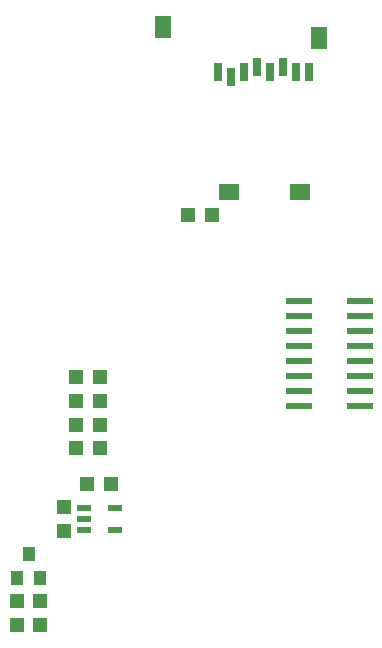
<source format=gbr>
G04 EAGLE Gerber RS-274X export*
G75*
%MOMM*%
%FSLAX34Y34*%
%LPD*%
%INSolderpaste Top*%
%IPPOS*%
%AMOC8*
5,1,8,0,0,1.08239X$1,22.5*%
G01*
%ADD10R,1.200000X1.300000*%
%ADD11R,1.200000X0.550000*%
%ADD12R,1.300000X1.200000*%
%ADD13R,2.200000X0.600000*%
%ADD14R,1.400000X1.900000*%
%ADD15R,1.800000X1.400000*%
%ADD16R,0.700000X1.500000*%
%ADD17R,1.000000X1.200000*%


D10*
X-135160Y-10000D03*
X-114840Y-10000D03*
X-135160Y-30000D03*
X-114840Y-30000D03*
X-135160Y-50000D03*
X-114840Y-50000D03*
D11*
X-128001Y-120500D03*
X-128001Y-130000D03*
X-128001Y-139500D03*
X-101999Y-139500D03*
X-101999Y-120500D03*
D12*
X-145000Y-119840D03*
X-145000Y-140160D03*
D10*
X-104840Y-100000D03*
X-125160Y-100000D03*
D13*
X54000Y41750D03*
X106000Y16350D03*
X54000Y54450D03*
X54000Y29050D03*
X54000Y16350D03*
X106000Y29050D03*
X106000Y3650D03*
X106000Y-9050D03*
X54000Y-9050D03*
X106000Y-34450D03*
X54000Y3650D03*
X54000Y-21750D03*
X106000Y-21750D03*
X54000Y-34450D03*
X106000Y41750D03*
X106000Y54450D03*
D14*
X71000Y277620D03*
X-61000Y286620D03*
D15*
X55000Y146620D03*
X-5000Y146620D03*
D16*
X62000Y248620D03*
X51000Y248620D03*
X40000Y252620D03*
X29000Y248620D03*
X18000Y252620D03*
X7000Y248620D03*
X-4000Y244620D03*
X-15000Y248620D03*
D10*
X-19840Y127220D03*
X-40160Y127220D03*
D17*
X-175000Y-160000D03*
X-165500Y-180000D03*
X-184500Y-180000D03*
D12*
X-185000Y-220160D03*
X-185000Y-199840D03*
X-165000Y-220160D03*
X-165000Y-199840D03*
D10*
X-135160Y-70000D03*
X-114840Y-70000D03*
M02*

</source>
